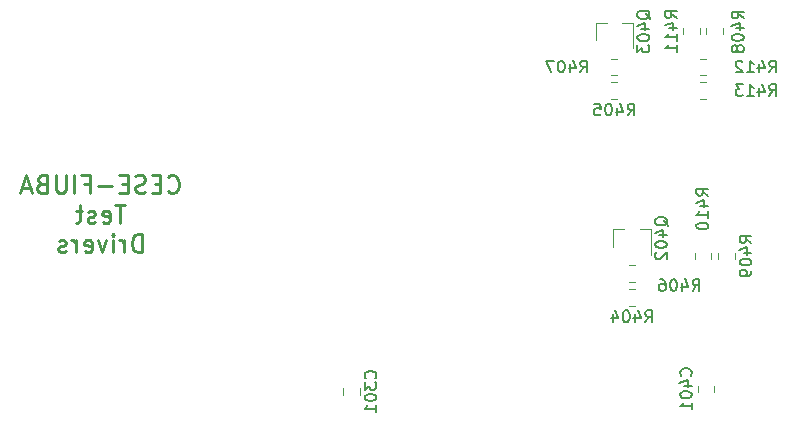
<source format=gbo>
G04 #@! TF.GenerationSoftware,KiCad,Pcbnew,(5.1.4)-1*
G04 #@! TF.CreationDate,2020-06-04T10:58:22-03:00*
G04 #@! TF.ProjectId,Mod_Temp_Driver,4d6f645f-5465-46d7-905f-447269766572,rev?*
G04 #@! TF.SameCoordinates,Original*
G04 #@! TF.FileFunction,Legend,Bot*
G04 #@! TF.FilePolarity,Positive*
%FSLAX46Y46*%
G04 Gerber Fmt 4.6, Leading zero omitted, Abs format (unit mm)*
G04 Created by KiCad (PCBNEW (5.1.4)-1) date 2020-06-04 10:58:22*
%MOMM*%
%LPD*%
G04 APERTURE LIST*
%ADD10C,0.250000*%
%ADD11C,0.120000*%
%ADD12C,0.150000*%
G04 APERTURE END LIST*
D10*
X87214285Y-117035714D02*
X87285714Y-117107142D01*
X87500000Y-117178571D01*
X87642857Y-117178571D01*
X87857142Y-117107142D01*
X88000000Y-116964285D01*
X88071428Y-116821428D01*
X88142857Y-116535714D01*
X88142857Y-116321428D01*
X88071428Y-116035714D01*
X88000000Y-115892857D01*
X87857142Y-115750000D01*
X87642857Y-115678571D01*
X87500000Y-115678571D01*
X87285714Y-115750000D01*
X87214285Y-115821428D01*
X86571428Y-116392857D02*
X86071428Y-116392857D01*
X85857142Y-117178571D02*
X86571428Y-117178571D01*
X86571428Y-115678571D01*
X85857142Y-115678571D01*
X85285714Y-117107142D02*
X85071428Y-117178571D01*
X84714285Y-117178571D01*
X84571428Y-117107142D01*
X84500000Y-117035714D01*
X84428571Y-116892857D01*
X84428571Y-116750000D01*
X84500000Y-116607142D01*
X84571428Y-116535714D01*
X84714285Y-116464285D01*
X85000000Y-116392857D01*
X85142857Y-116321428D01*
X85214285Y-116250000D01*
X85285714Y-116107142D01*
X85285714Y-115964285D01*
X85214285Y-115821428D01*
X85142857Y-115750000D01*
X85000000Y-115678571D01*
X84642857Y-115678571D01*
X84428571Y-115750000D01*
X83785714Y-116392857D02*
X83285714Y-116392857D01*
X83071428Y-117178571D02*
X83785714Y-117178571D01*
X83785714Y-115678571D01*
X83071428Y-115678571D01*
X82428571Y-116607142D02*
X81285714Y-116607142D01*
X80071428Y-116392857D02*
X80571428Y-116392857D01*
X80571428Y-117178571D02*
X80571428Y-115678571D01*
X79857142Y-115678571D01*
X79285714Y-117178571D02*
X79285714Y-115678571D01*
X78571428Y-115678571D02*
X78571428Y-116892857D01*
X78500000Y-117035714D01*
X78428571Y-117107142D01*
X78285714Y-117178571D01*
X78000000Y-117178571D01*
X77857142Y-117107142D01*
X77785714Y-117035714D01*
X77714285Y-116892857D01*
X77714285Y-115678571D01*
X76500000Y-116392857D02*
X76285714Y-116464285D01*
X76214285Y-116535714D01*
X76142857Y-116678571D01*
X76142857Y-116892857D01*
X76214285Y-117035714D01*
X76285714Y-117107142D01*
X76428571Y-117178571D01*
X77000000Y-117178571D01*
X77000000Y-115678571D01*
X76500000Y-115678571D01*
X76357142Y-115750000D01*
X76285714Y-115821428D01*
X76214285Y-115964285D01*
X76214285Y-116107142D01*
X76285714Y-116250000D01*
X76357142Y-116321428D01*
X76500000Y-116392857D01*
X77000000Y-116392857D01*
X75571428Y-116750000D02*
X74857142Y-116750000D01*
X75714285Y-117178571D02*
X75214285Y-115678571D01*
X74714285Y-117178571D01*
X83607142Y-118178571D02*
X82750000Y-118178571D01*
X83178571Y-119678571D02*
X83178571Y-118178571D01*
X81678571Y-119607142D02*
X81821428Y-119678571D01*
X82107142Y-119678571D01*
X82250000Y-119607142D01*
X82321428Y-119464285D01*
X82321428Y-118892857D01*
X82250000Y-118750000D01*
X82107142Y-118678571D01*
X81821428Y-118678571D01*
X81678571Y-118750000D01*
X81607142Y-118892857D01*
X81607142Y-119035714D01*
X82321428Y-119178571D01*
X81035714Y-119607142D02*
X80892857Y-119678571D01*
X80607142Y-119678571D01*
X80464285Y-119607142D01*
X80392857Y-119464285D01*
X80392857Y-119392857D01*
X80464285Y-119250000D01*
X80607142Y-119178571D01*
X80821428Y-119178571D01*
X80964285Y-119107142D01*
X81035714Y-118964285D01*
X81035714Y-118892857D01*
X80964285Y-118750000D01*
X80821428Y-118678571D01*
X80607142Y-118678571D01*
X80464285Y-118750000D01*
X79964285Y-118678571D02*
X79392857Y-118678571D01*
X79750000Y-118178571D02*
X79750000Y-119464285D01*
X79678571Y-119607142D01*
X79535714Y-119678571D01*
X79392857Y-119678571D01*
X85000000Y-122178571D02*
X85000000Y-120678571D01*
X84642857Y-120678571D01*
X84428571Y-120750000D01*
X84285714Y-120892857D01*
X84214285Y-121035714D01*
X84142857Y-121321428D01*
X84142857Y-121535714D01*
X84214285Y-121821428D01*
X84285714Y-121964285D01*
X84428571Y-122107142D01*
X84642857Y-122178571D01*
X85000000Y-122178571D01*
X83500000Y-122178571D02*
X83500000Y-121178571D01*
X83500000Y-121464285D02*
X83428571Y-121321428D01*
X83357142Y-121250000D01*
X83214285Y-121178571D01*
X83071428Y-121178571D01*
X82571428Y-122178571D02*
X82571428Y-121178571D01*
X82571428Y-120678571D02*
X82642857Y-120750000D01*
X82571428Y-120821428D01*
X82500000Y-120750000D01*
X82571428Y-120678571D01*
X82571428Y-120821428D01*
X82000000Y-121178571D02*
X81642857Y-122178571D01*
X81285714Y-121178571D01*
X80142857Y-122107142D02*
X80285714Y-122178571D01*
X80571428Y-122178571D01*
X80714285Y-122107142D01*
X80785714Y-121964285D01*
X80785714Y-121392857D01*
X80714285Y-121250000D01*
X80571428Y-121178571D01*
X80285714Y-121178571D01*
X80142857Y-121250000D01*
X80071428Y-121392857D01*
X80071428Y-121535714D01*
X80785714Y-121678571D01*
X79428571Y-122178571D02*
X79428571Y-121178571D01*
X79428571Y-121464285D02*
X79357142Y-121321428D01*
X79285714Y-121250000D01*
X79142857Y-121178571D01*
X79000000Y-121178571D01*
X78571428Y-122107142D02*
X78428571Y-122178571D01*
X78142857Y-122178571D01*
X78000000Y-122107142D01*
X77928571Y-121964285D01*
X77928571Y-121892857D01*
X78000000Y-121750000D01*
X78142857Y-121678571D01*
X78357142Y-121678571D01*
X78500000Y-121607142D01*
X78571428Y-121464285D01*
X78571428Y-121392857D01*
X78500000Y-121250000D01*
X78357142Y-121178571D01*
X78142857Y-121178571D01*
X78000000Y-121250000D01*
D11*
X132786252Y-109210000D02*
X132263748Y-109210000D01*
X132786252Y-107790000D02*
X132263748Y-107790000D01*
X132761252Y-107210000D02*
X132238748Y-107210000D01*
X132761252Y-105790000D02*
X132238748Y-105790000D01*
X132210000Y-103213748D02*
X132210000Y-103736252D01*
X130790000Y-103213748D02*
X130790000Y-103736252D01*
X131790000Y-122761252D02*
X131790000Y-122238748D01*
X133210000Y-122761252D02*
X133210000Y-122238748D01*
X133790000Y-122761252D02*
X133790000Y-122238748D01*
X135210000Y-122761252D02*
X135210000Y-122238748D01*
X134210000Y-103213748D02*
X134210000Y-103736252D01*
X132790000Y-103213748D02*
X132790000Y-103736252D01*
X124713748Y-105790000D02*
X125236252Y-105790000D01*
X124713748Y-107210000D02*
X125236252Y-107210000D01*
X126213748Y-123290000D02*
X126736252Y-123290000D01*
X126213748Y-124710000D02*
X126736252Y-124710000D01*
X124738748Y-107790000D02*
X125261252Y-107790000D01*
X124738748Y-109210000D02*
X125261252Y-109210000D01*
X126238748Y-125290000D02*
X126761252Y-125290000D01*
X126238748Y-126710000D02*
X126761252Y-126710000D01*
X123420000Y-102740000D02*
X123420000Y-104200000D01*
X126580000Y-102740000D02*
X126580000Y-104900000D01*
X126580000Y-102740000D02*
X125650000Y-102740000D01*
X123420000Y-102740000D02*
X124350000Y-102740000D01*
X124920000Y-120240000D02*
X124920000Y-121700000D01*
X128080000Y-120240000D02*
X128080000Y-122400000D01*
X128080000Y-120240000D02*
X127150000Y-120240000D01*
X124920000Y-120240000D02*
X125850000Y-120240000D01*
X133460000Y-133488748D02*
X133460000Y-134011252D01*
X132040000Y-133488748D02*
X132040000Y-134011252D01*
X102040000Y-134236252D02*
X102040000Y-133713748D01*
X103460000Y-134236252D02*
X103460000Y-133713748D01*
D12*
X138119047Y-108952380D02*
X138452380Y-108476190D01*
X138690476Y-108952380D02*
X138690476Y-107952380D01*
X138309523Y-107952380D01*
X138214285Y-108000000D01*
X138166666Y-108047619D01*
X138119047Y-108142857D01*
X138119047Y-108285714D01*
X138166666Y-108380952D01*
X138214285Y-108428571D01*
X138309523Y-108476190D01*
X138690476Y-108476190D01*
X137261904Y-108285714D02*
X137261904Y-108952380D01*
X137500000Y-107904761D02*
X137738095Y-108619047D01*
X137119047Y-108619047D01*
X136214285Y-108952380D02*
X136785714Y-108952380D01*
X136500000Y-108952380D02*
X136500000Y-107952380D01*
X136595238Y-108095238D01*
X136690476Y-108190476D01*
X136785714Y-108238095D01*
X135880952Y-107952380D02*
X135261904Y-107952380D01*
X135595238Y-108333333D01*
X135452380Y-108333333D01*
X135357142Y-108380952D01*
X135309523Y-108428571D01*
X135261904Y-108523809D01*
X135261904Y-108761904D01*
X135309523Y-108857142D01*
X135357142Y-108904761D01*
X135452380Y-108952380D01*
X135738095Y-108952380D01*
X135833333Y-108904761D01*
X135880952Y-108857142D01*
X138119047Y-106952380D02*
X138452380Y-106476190D01*
X138690476Y-106952380D02*
X138690476Y-105952380D01*
X138309523Y-105952380D01*
X138214285Y-106000000D01*
X138166666Y-106047619D01*
X138119047Y-106142857D01*
X138119047Y-106285714D01*
X138166666Y-106380952D01*
X138214285Y-106428571D01*
X138309523Y-106476190D01*
X138690476Y-106476190D01*
X137261904Y-106285714D02*
X137261904Y-106952380D01*
X137500000Y-105904761D02*
X137738095Y-106619047D01*
X137119047Y-106619047D01*
X136214285Y-106952380D02*
X136785714Y-106952380D01*
X136500000Y-106952380D02*
X136500000Y-105952380D01*
X136595238Y-106095238D01*
X136690476Y-106190476D01*
X136785714Y-106238095D01*
X135833333Y-106047619D02*
X135785714Y-106000000D01*
X135690476Y-105952380D01*
X135452380Y-105952380D01*
X135357142Y-106000000D01*
X135309523Y-106047619D01*
X135261904Y-106142857D01*
X135261904Y-106238095D01*
X135309523Y-106380952D01*
X135880952Y-106952380D01*
X135261904Y-106952380D01*
X130302380Y-102355952D02*
X129826190Y-102022619D01*
X130302380Y-101784523D02*
X129302380Y-101784523D01*
X129302380Y-102165476D01*
X129350000Y-102260714D01*
X129397619Y-102308333D01*
X129492857Y-102355952D01*
X129635714Y-102355952D01*
X129730952Y-102308333D01*
X129778571Y-102260714D01*
X129826190Y-102165476D01*
X129826190Y-101784523D01*
X129635714Y-103213095D02*
X130302380Y-103213095D01*
X129254761Y-102975000D02*
X129969047Y-102736904D01*
X129969047Y-103355952D01*
X130302380Y-104260714D02*
X130302380Y-103689285D01*
X130302380Y-103975000D02*
X129302380Y-103975000D01*
X129445238Y-103879761D01*
X129540476Y-103784523D01*
X129588095Y-103689285D01*
X130302380Y-105213095D02*
X130302380Y-104641666D01*
X130302380Y-104927380D02*
X129302380Y-104927380D01*
X129445238Y-104832142D01*
X129540476Y-104736904D01*
X129588095Y-104641666D01*
X132952380Y-117380952D02*
X132476190Y-117047619D01*
X132952380Y-116809523D02*
X131952380Y-116809523D01*
X131952380Y-117190476D01*
X132000000Y-117285714D01*
X132047619Y-117333333D01*
X132142857Y-117380952D01*
X132285714Y-117380952D01*
X132380952Y-117333333D01*
X132428571Y-117285714D01*
X132476190Y-117190476D01*
X132476190Y-116809523D01*
X132285714Y-118238095D02*
X132952380Y-118238095D01*
X131904761Y-118000000D02*
X132619047Y-117761904D01*
X132619047Y-118380952D01*
X132952380Y-119285714D02*
X132952380Y-118714285D01*
X132952380Y-119000000D02*
X131952380Y-119000000D01*
X132095238Y-118904761D01*
X132190476Y-118809523D01*
X132238095Y-118714285D01*
X131952380Y-119904761D02*
X131952380Y-120000000D01*
X132000000Y-120095238D01*
X132047619Y-120142857D01*
X132142857Y-120190476D01*
X132333333Y-120238095D01*
X132571428Y-120238095D01*
X132761904Y-120190476D01*
X132857142Y-120142857D01*
X132904761Y-120095238D01*
X132952380Y-120000000D01*
X132952380Y-119904761D01*
X132904761Y-119809523D01*
X132857142Y-119761904D01*
X132761904Y-119714285D01*
X132571428Y-119666666D01*
X132333333Y-119666666D01*
X132142857Y-119714285D01*
X132047619Y-119761904D01*
X132000000Y-119809523D01*
X131952380Y-119904761D01*
X136602380Y-121380952D02*
X136126190Y-121047619D01*
X136602380Y-120809523D02*
X135602380Y-120809523D01*
X135602380Y-121190476D01*
X135650000Y-121285714D01*
X135697619Y-121333333D01*
X135792857Y-121380952D01*
X135935714Y-121380952D01*
X136030952Y-121333333D01*
X136078571Y-121285714D01*
X136126190Y-121190476D01*
X136126190Y-120809523D01*
X135935714Y-122238095D02*
X136602380Y-122238095D01*
X135554761Y-122000000D02*
X136269047Y-121761904D01*
X136269047Y-122380952D01*
X135602380Y-122952380D02*
X135602380Y-123047619D01*
X135650000Y-123142857D01*
X135697619Y-123190476D01*
X135792857Y-123238095D01*
X135983333Y-123285714D01*
X136221428Y-123285714D01*
X136411904Y-123238095D01*
X136507142Y-123190476D01*
X136554761Y-123142857D01*
X136602380Y-123047619D01*
X136602380Y-122952380D01*
X136554761Y-122857142D01*
X136507142Y-122809523D01*
X136411904Y-122761904D01*
X136221428Y-122714285D01*
X135983333Y-122714285D01*
X135792857Y-122761904D01*
X135697619Y-122809523D01*
X135650000Y-122857142D01*
X135602380Y-122952380D01*
X136602380Y-123761904D02*
X136602380Y-123952380D01*
X136554761Y-124047619D01*
X136507142Y-124095238D01*
X136364285Y-124190476D01*
X136173809Y-124238095D01*
X135792857Y-124238095D01*
X135697619Y-124190476D01*
X135650000Y-124142857D01*
X135602380Y-124047619D01*
X135602380Y-123857142D01*
X135650000Y-123761904D01*
X135697619Y-123714285D01*
X135792857Y-123666666D01*
X136030952Y-123666666D01*
X136126190Y-123714285D01*
X136173809Y-123761904D01*
X136221428Y-123857142D01*
X136221428Y-124047619D01*
X136173809Y-124142857D01*
X136126190Y-124190476D01*
X136030952Y-124238095D01*
X135952380Y-102380952D02*
X135476190Y-102047619D01*
X135952380Y-101809523D02*
X134952380Y-101809523D01*
X134952380Y-102190476D01*
X135000000Y-102285714D01*
X135047619Y-102333333D01*
X135142857Y-102380952D01*
X135285714Y-102380952D01*
X135380952Y-102333333D01*
X135428571Y-102285714D01*
X135476190Y-102190476D01*
X135476190Y-101809523D01*
X135285714Y-103238095D02*
X135952380Y-103238095D01*
X134904761Y-103000000D02*
X135619047Y-102761904D01*
X135619047Y-103380952D01*
X134952380Y-103952380D02*
X134952380Y-104047619D01*
X135000000Y-104142857D01*
X135047619Y-104190476D01*
X135142857Y-104238095D01*
X135333333Y-104285714D01*
X135571428Y-104285714D01*
X135761904Y-104238095D01*
X135857142Y-104190476D01*
X135904761Y-104142857D01*
X135952380Y-104047619D01*
X135952380Y-103952380D01*
X135904761Y-103857142D01*
X135857142Y-103809523D01*
X135761904Y-103761904D01*
X135571428Y-103714285D01*
X135333333Y-103714285D01*
X135142857Y-103761904D01*
X135047619Y-103809523D01*
X135000000Y-103857142D01*
X134952380Y-103952380D01*
X135380952Y-104857142D02*
X135333333Y-104761904D01*
X135285714Y-104714285D01*
X135190476Y-104666666D01*
X135142857Y-104666666D01*
X135047619Y-104714285D01*
X135000000Y-104761904D01*
X134952380Y-104857142D01*
X134952380Y-105047619D01*
X135000000Y-105142857D01*
X135047619Y-105190476D01*
X135142857Y-105238095D01*
X135190476Y-105238095D01*
X135285714Y-105190476D01*
X135333333Y-105142857D01*
X135380952Y-105047619D01*
X135380952Y-104857142D01*
X135428571Y-104761904D01*
X135476190Y-104714285D01*
X135571428Y-104666666D01*
X135761904Y-104666666D01*
X135857142Y-104714285D01*
X135904761Y-104761904D01*
X135952380Y-104857142D01*
X135952380Y-105047619D01*
X135904761Y-105142857D01*
X135857142Y-105190476D01*
X135761904Y-105238095D01*
X135571428Y-105238095D01*
X135476190Y-105190476D01*
X135428571Y-105142857D01*
X135380952Y-105047619D01*
X122119047Y-106952380D02*
X122452380Y-106476190D01*
X122690476Y-106952380D02*
X122690476Y-105952380D01*
X122309523Y-105952380D01*
X122214285Y-106000000D01*
X122166666Y-106047619D01*
X122119047Y-106142857D01*
X122119047Y-106285714D01*
X122166666Y-106380952D01*
X122214285Y-106428571D01*
X122309523Y-106476190D01*
X122690476Y-106476190D01*
X121261904Y-106285714D02*
X121261904Y-106952380D01*
X121500000Y-105904761D02*
X121738095Y-106619047D01*
X121119047Y-106619047D01*
X120547619Y-105952380D02*
X120452380Y-105952380D01*
X120357142Y-106000000D01*
X120309523Y-106047619D01*
X120261904Y-106142857D01*
X120214285Y-106333333D01*
X120214285Y-106571428D01*
X120261904Y-106761904D01*
X120309523Y-106857142D01*
X120357142Y-106904761D01*
X120452380Y-106952380D01*
X120547619Y-106952380D01*
X120642857Y-106904761D01*
X120690476Y-106857142D01*
X120738095Y-106761904D01*
X120785714Y-106571428D01*
X120785714Y-106333333D01*
X120738095Y-106142857D01*
X120690476Y-106047619D01*
X120642857Y-106000000D01*
X120547619Y-105952380D01*
X119880952Y-105952380D02*
X119214285Y-105952380D01*
X119642857Y-106952380D01*
X131619047Y-125452380D02*
X131952380Y-124976190D01*
X132190476Y-125452380D02*
X132190476Y-124452380D01*
X131809523Y-124452380D01*
X131714285Y-124500000D01*
X131666666Y-124547619D01*
X131619047Y-124642857D01*
X131619047Y-124785714D01*
X131666666Y-124880952D01*
X131714285Y-124928571D01*
X131809523Y-124976190D01*
X132190476Y-124976190D01*
X130761904Y-124785714D02*
X130761904Y-125452380D01*
X131000000Y-124404761D02*
X131238095Y-125119047D01*
X130619047Y-125119047D01*
X130047619Y-124452380D02*
X129952380Y-124452380D01*
X129857142Y-124500000D01*
X129809523Y-124547619D01*
X129761904Y-124642857D01*
X129714285Y-124833333D01*
X129714285Y-125071428D01*
X129761904Y-125261904D01*
X129809523Y-125357142D01*
X129857142Y-125404761D01*
X129952380Y-125452380D01*
X130047619Y-125452380D01*
X130142857Y-125404761D01*
X130190476Y-125357142D01*
X130238095Y-125261904D01*
X130285714Y-125071428D01*
X130285714Y-124833333D01*
X130238095Y-124642857D01*
X130190476Y-124547619D01*
X130142857Y-124500000D01*
X130047619Y-124452380D01*
X128857142Y-124452380D02*
X129047619Y-124452380D01*
X129142857Y-124500000D01*
X129190476Y-124547619D01*
X129285714Y-124690476D01*
X129333333Y-124880952D01*
X129333333Y-125261904D01*
X129285714Y-125357142D01*
X129238095Y-125404761D01*
X129142857Y-125452380D01*
X128952380Y-125452380D01*
X128857142Y-125404761D01*
X128809523Y-125357142D01*
X128761904Y-125261904D01*
X128761904Y-125023809D01*
X128809523Y-124928571D01*
X128857142Y-124880952D01*
X128952380Y-124833333D01*
X129142857Y-124833333D01*
X129238095Y-124880952D01*
X129285714Y-124928571D01*
X129333333Y-125023809D01*
X126119047Y-110602380D02*
X126452380Y-110126190D01*
X126690476Y-110602380D02*
X126690476Y-109602380D01*
X126309523Y-109602380D01*
X126214285Y-109650000D01*
X126166666Y-109697619D01*
X126119047Y-109792857D01*
X126119047Y-109935714D01*
X126166666Y-110030952D01*
X126214285Y-110078571D01*
X126309523Y-110126190D01*
X126690476Y-110126190D01*
X125261904Y-109935714D02*
X125261904Y-110602380D01*
X125500000Y-109554761D02*
X125738095Y-110269047D01*
X125119047Y-110269047D01*
X124547619Y-109602380D02*
X124452380Y-109602380D01*
X124357142Y-109650000D01*
X124309523Y-109697619D01*
X124261904Y-109792857D01*
X124214285Y-109983333D01*
X124214285Y-110221428D01*
X124261904Y-110411904D01*
X124309523Y-110507142D01*
X124357142Y-110554761D01*
X124452380Y-110602380D01*
X124547619Y-110602380D01*
X124642857Y-110554761D01*
X124690476Y-110507142D01*
X124738095Y-110411904D01*
X124785714Y-110221428D01*
X124785714Y-109983333D01*
X124738095Y-109792857D01*
X124690476Y-109697619D01*
X124642857Y-109650000D01*
X124547619Y-109602380D01*
X123309523Y-109602380D02*
X123785714Y-109602380D01*
X123833333Y-110078571D01*
X123785714Y-110030952D01*
X123690476Y-109983333D01*
X123452380Y-109983333D01*
X123357142Y-110030952D01*
X123309523Y-110078571D01*
X123261904Y-110173809D01*
X123261904Y-110411904D01*
X123309523Y-110507142D01*
X123357142Y-110554761D01*
X123452380Y-110602380D01*
X123690476Y-110602380D01*
X123785714Y-110554761D01*
X123833333Y-110507142D01*
X127619047Y-128102380D02*
X127952380Y-127626190D01*
X128190476Y-128102380D02*
X128190476Y-127102380D01*
X127809523Y-127102380D01*
X127714285Y-127150000D01*
X127666666Y-127197619D01*
X127619047Y-127292857D01*
X127619047Y-127435714D01*
X127666666Y-127530952D01*
X127714285Y-127578571D01*
X127809523Y-127626190D01*
X128190476Y-127626190D01*
X126761904Y-127435714D02*
X126761904Y-128102380D01*
X127000000Y-127054761D02*
X127238095Y-127769047D01*
X126619047Y-127769047D01*
X126047619Y-127102380D02*
X125952380Y-127102380D01*
X125857142Y-127150000D01*
X125809523Y-127197619D01*
X125761904Y-127292857D01*
X125714285Y-127483333D01*
X125714285Y-127721428D01*
X125761904Y-127911904D01*
X125809523Y-128007142D01*
X125857142Y-128054761D01*
X125952380Y-128102380D01*
X126047619Y-128102380D01*
X126142857Y-128054761D01*
X126190476Y-128007142D01*
X126238095Y-127911904D01*
X126285714Y-127721428D01*
X126285714Y-127483333D01*
X126238095Y-127292857D01*
X126190476Y-127197619D01*
X126142857Y-127150000D01*
X126047619Y-127102380D01*
X124857142Y-127435714D02*
X124857142Y-128102380D01*
X125095238Y-127054761D02*
X125333333Y-127769047D01*
X124714285Y-127769047D01*
X128047619Y-102452380D02*
X128000000Y-102357142D01*
X127904761Y-102261904D01*
X127761904Y-102119047D01*
X127714285Y-102023809D01*
X127714285Y-101928571D01*
X127952380Y-101976190D02*
X127904761Y-101880952D01*
X127809523Y-101785714D01*
X127619047Y-101738095D01*
X127285714Y-101738095D01*
X127095238Y-101785714D01*
X127000000Y-101880952D01*
X126952380Y-101976190D01*
X126952380Y-102166666D01*
X127000000Y-102261904D01*
X127095238Y-102357142D01*
X127285714Y-102404761D01*
X127619047Y-102404761D01*
X127809523Y-102357142D01*
X127904761Y-102261904D01*
X127952380Y-102166666D01*
X127952380Y-101976190D01*
X127285714Y-103261904D02*
X127952380Y-103261904D01*
X126904761Y-103023809D02*
X127619047Y-102785714D01*
X127619047Y-103404761D01*
X126952380Y-103976190D02*
X126952380Y-104071428D01*
X127000000Y-104166666D01*
X127047619Y-104214285D01*
X127142857Y-104261904D01*
X127333333Y-104309523D01*
X127571428Y-104309523D01*
X127761904Y-104261904D01*
X127857142Y-104214285D01*
X127904761Y-104166666D01*
X127952380Y-104071428D01*
X127952380Y-103976190D01*
X127904761Y-103880952D01*
X127857142Y-103833333D01*
X127761904Y-103785714D01*
X127571428Y-103738095D01*
X127333333Y-103738095D01*
X127142857Y-103785714D01*
X127047619Y-103833333D01*
X127000000Y-103880952D01*
X126952380Y-103976190D01*
X126952380Y-104642857D02*
X126952380Y-105261904D01*
X127333333Y-104928571D01*
X127333333Y-105071428D01*
X127380952Y-105166666D01*
X127428571Y-105214285D01*
X127523809Y-105261904D01*
X127761904Y-105261904D01*
X127857142Y-105214285D01*
X127904761Y-105166666D01*
X127952380Y-105071428D01*
X127952380Y-104785714D01*
X127904761Y-104690476D01*
X127857142Y-104642857D01*
X129547619Y-119952380D02*
X129500000Y-119857142D01*
X129404761Y-119761904D01*
X129261904Y-119619047D01*
X129214285Y-119523809D01*
X129214285Y-119428571D01*
X129452380Y-119476190D02*
X129404761Y-119380952D01*
X129309523Y-119285714D01*
X129119047Y-119238095D01*
X128785714Y-119238095D01*
X128595238Y-119285714D01*
X128500000Y-119380952D01*
X128452380Y-119476190D01*
X128452380Y-119666666D01*
X128500000Y-119761904D01*
X128595238Y-119857142D01*
X128785714Y-119904761D01*
X129119047Y-119904761D01*
X129309523Y-119857142D01*
X129404761Y-119761904D01*
X129452380Y-119666666D01*
X129452380Y-119476190D01*
X128785714Y-120761904D02*
X129452380Y-120761904D01*
X128404761Y-120523809D02*
X129119047Y-120285714D01*
X129119047Y-120904761D01*
X128452380Y-121476190D02*
X128452380Y-121571428D01*
X128500000Y-121666666D01*
X128547619Y-121714285D01*
X128642857Y-121761904D01*
X128833333Y-121809523D01*
X129071428Y-121809523D01*
X129261904Y-121761904D01*
X129357142Y-121714285D01*
X129404761Y-121666666D01*
X129452380Y-121571428D01*
X129452380Y-121476190D01*
X129404761Y-121380952D01*
X129357142Y-121333333D01*
X129261904Y-121285714D01*
X129071428Y-121238095D01*
X128833333Y-121238095D01*
X128642857Y-121285714D01*
X128547619Y-121333333D01*
X128500000Y-121380952D01*
X128452380Y-121476190D01*
X128547619Y-122190476D02*
X128500000Y-122238095D01*
X128452380Y-122333333D01*
X128452380Y-122571428D01*
X128500000Y-122666666D01*
X128547619Y-122714285D01*
X128642857Y-122761904D01*
X128738095Y-122761904D01*
X128880952Y-122714285D01*
X129452380Y-122142857D01*
X129452380Y-122761904D01*
X131457142Y-132630952D02*
X131504761Y-132583333D01*
X131552380Y-132440476D01*
X131552380Y-132345238D01*
X131504761Y-132202380D01*
X131409523Y-132107142D01*
X131314285Y-132059523D01*
X131123809Y-132011904D01*
X130980952Y-132011904D01*
X130790476Y-132059523D01*
X130695238Y-132107142D01*
X130600000Y-132202380D01*
X130552380Y-132345238D01*
X130552380Y-132440476D01*
X130600000Y-132583333D01*
X130647619Y-132630952D01*
X130885714Y-133488095D02*
X131552380Y-133488095D01*
X130504761Y-133250000D02*
X131219047Y-133011904D01*
X131219047Y-133630952D01*
X130552380Y-134202380D02*
X130552380Y-134297619D01*
X130600000Y-134392857D01*
X130647619Y-134440476D01*
X130742857Y-134488095D01*
X130933333Y-134535714D01*
X131171428Y-134535714D01*
X131361904Y-134488095D01*
X131457142Y-134440476D01*
X131504761Y-134392857D01*
X131552380Y-134297619D01*
X131552380Y-134202380D01*
X131504761Y-134107142D01*
X131457142Y-134059523D01*
X131361904Y-134011904D01*
X131171428Y-133964285D01*
X130933333Y-133964285D01*
X130742857Y-134011904D01*
X130647619Y-134059523D01*
X130600000Y-134107142D01*
X130552380Y-134202380D01*
X131552380Y-135488095D02*
X131552380Y-134916666D01*
X131552380Y-135202380D02*
X130552380Y-135202380D01*
X130695238Y-135107142D01*
X130790476Y-135011904D01*
X130838095Y-134916666D01*
X104757142Y-132855952D02*
X104804761Y-132808333D01*
X104852380Y-132665476D01*
X104852380Y-132570238D01*
X104804761Y-132427380D01*
X104709523Y-132332142D01*
X104614285Y-132284523D01*
X104423809Y-132236904D01*
X104280952Y-132236904D01*
X104090476Y-132284523D01*
X103995238Y-132332142D01*
X103900000Y-132427380D01*
X103852380Y-132570238D01*
X103852380Y-132665476D01*
X103900000Y-132808333D01*
X103947619Y-132855952D01*
X103852380Y-133189285D02*
X103852380Y-133808333D01*
X104233333Y-133475000D01*
X104233333Y-133617857D01*
X104280952Y-133713095D01*
X104328571Y-133760714D01*
X104423809Y-133808333D01*
X104661904Y-133808333D01*
X104757142Y-133760714D01*
X104804761Y-133713095D01*
X104852380Y-133617857D01*
X104852380Y-133332142D01*
X104804761Y-133236904D01*
X104757142Y-133189285D01*
X103852380Y-134427380D02*
X103852380Y-134522619D01*
X103900000Y-134617857D01*
X103947619Y-134665476D01*
X104042857Y-134713095D01*
X104233333Y-134760714D01*
X104471428Y-134760714D01*
X104661904Y-134713095D01*
X104757142Y-134665476D01*
X104804761Y-134617857D01*
X104852380Y-134522619D01*
X104852380Y-134427380D01*
X104804761Y-134332142D01*
X104757142Y-134284523D01*
X104661904Y-134236904D01*
X104471428Y-134189285D01*
X104233333Y-134189285D01*
X104042857Y-134236904D01*
X103947619Y-134284523D01*
X103900000Y-134332142D01*
X103852380Y-134427380D01*
X104852380Y-135713095D02*
X104852380Y-135141666D01*
X104852380Y-135427380D02*
X103852380Y-135427380D01*
X103995238Y-135332142D01*
X104090476Y-135236904D01*
X104138095Y-135141666D01*
M02*

</source>
